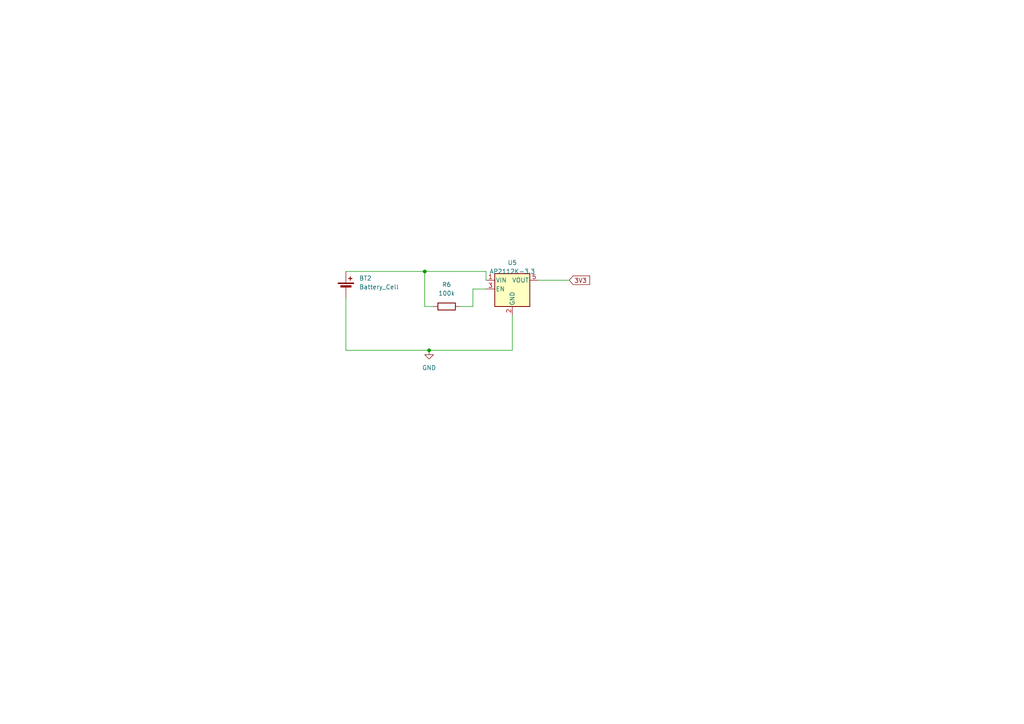
<source format=kicad_sch>
(kicad_sch (version 20250114) (generator "eeschema") (generator_version "9.0")
  (paper "A4")
  (lib_symbols
    (symbol "Device:Battery_Cell" (pin_numbers (hide yes)) (pin_names (offset 0) (hide yes))
      (property "Reference" "BT" (at 2.54 2.54 0))
      (property "Value" "Battery_Cell" (at 2.54 0 0))
      (symbol "Battery_Cell_0_1"
        (rectangle (start -2.286 1.778) (end 2.286 1.524) (fill (type outline)))
        (rectangle (start -1.524 1.016) (end 1.524 0.508) (fill (type outline)))
        (polyline (pts (xy 0 1.778) (xy 0 2.54)))
        (polyline (pts (xy 0 0.762) (xy 0 0)))
        (polyline (pts (xy 0.762 3.048) (xy 1.778 3.048)) (stroke (width 0.254)))
        (polyline (pts (xy 1.27 3.556) (xy 1.27 2.54)) (stroke (width 0.254)))
      )
      (symbol "Battery_Cell_1_1"
        (pin passive line (at 0 5.08 270) (length 2.54) (name "+") (number "1"))
        (pin passive line (at 0 -2.54 90) (length 2.54) (name "-") (number "2"))
      )
    )
    (symbol "Device:R" (pin_numbers (hide yes)) (pin_names (offset 0))
      (property "Reference" "R" (at 2.032 0 90))
      (property "Value" "R" (at 0 0 90))
      (symbol "R_0_1"
        (rectangle (start -1.016 -2.54) (end 1.016 2.54) (stroke (width 0.254)))
      )
      (symbol "R_1_1"
        (pin passive line (at 0 3.81 270) (length 1.27) (name "~") (number "1"))
        (pin passive line (at 0 -3.81 90) (length 1.27) (name "~") (number "2"))
      )
    )
    (symbol "Regulator_Linear:AP2112K-3.3" (pin_names (offset 0.254))
      (property "Reference" "U" (at -5.08 5.715 0))
      (property "Value" "AP2112K-3.3" (at 0 5.715 0))
      (symbol "AP2112K-3.3_0_1"
        (rectangle (start -5.08 4.445) (end 5.08 -5.08) (stroke (width 0.254)) (fill (type background)))
      )
      (symbol "AP2112K-3.3_1_1"
        (pin power_in line (at -7.62 2.54 0) (length 2.54) (name "VIN") (number "1"))
        (pin input line (at -7.62 0 0) (length 2.54) (name "EN") (number "3"))
        (pin power_in line (at 0 -7.62 90) (length 2.54) (name "GND") (number "2"))
        (pin no_connect line (at 5.08 0 180) (length 2.54) (hide yes) (name "NC") (number "4"))
        (pin power_out line (at 7.62 2.54 180) (length 2.54) (name "VOUT") (number "5"))
      )
    )
    (symbol "power:GND" (power) (pin_numbers (hide yes)) (pin_names (offset 0) (hide yes))
      (property "Value" "GND" (at 0 -3.81 0))
      (symbol "GND_0_1"
        (polyline (pts (xy 0 0) (xy 0 -1.27) (xy 1.27 -1.27) (xy 0 -2.54) (xy -1.27 -1.27) (xy 0 -1.27)))
      )
      (symbol "GND_1_1"
        (pin power_in line (at 0 0 270) (length 0) (name "~") (number "1"))
      )
    )
  )
  (junction (at 124.46 101.6))
  (junction (at 123.19 78.74))
  (wire (pts (xy 137.16 83.82) (xy 140.97 83.82)))
  (wire (pts (xy 148.59 101.6) (xy 124.46 101.6)))
  (wire (pts (xy 123.19 78.74) (xy 140.97 78.74)))
  (wire (pts (xy 137.16 88.9) (xy 137.16 83.82)))
  (wire (pts (xy 148.59 91.44) (xy 148.59 101.6)))
  (wire (pts (xy 100.33 78.74) (xy 123.19 78.74)))
  (wire (pts (xy 100.33 101.6) (xy 124.46 101.6)))
  (wire (pts (xy 123.19 78.74) (xy 123.19 88.9)))
  (wire (pts (xy 156.21 81.28) (xy 165.1 81.28)))
  (wire (pts (xy 140.97 78.74) (xy 140.97 81.28)))
  (wire (pts (xy 133.35 88.9) (xy 137.16 88.9)))
  (wire (pts (xy 100.33 86.36) (xy 100.33 101.6)))
  (wire (pts (xy 123.19 88.9) (xy 125.73 88.9)))
  (global_label "3V3" (shape input) (at 165.1 81.28 0) (property "Intersheetrefs" "${INTERSHEET_REFS}" (effects (hide yes))))
  (symbol (lib_id "power:GND") (at 124.46 101.6 0) (unit 1)
    (property "Reference" "#PWR06" (effects (hide yes)))
    (property "Value" "GND" (at 124.46 106.68 0))
    (property "Description" "Power symbol creates a global label with name \"GND\" , ground" (effects (hide yes)))
  )
  (symbol (lib_id "Regulator_Linear:AP2112K-3.3") (at 148.59 83.82 0) (unit 1)
    (property "Reference" "U5" (at 148.59 76.2 0))
    (property "Value" "AP2112K-3.3" (at 148.59 78.74 0))
    (property "Footprint" "Package_TO_SOT_SMD:SOT-23-5" (effects (hide yes)))
    (property "Datasheet" "https://www.diodes.com/assets/Datasheets/AP2112.pdf" (effects (hide yes)))
    (property "Description" "600mA low dropout linear regulator, with enable pin, 3.8V-6V input voltage range, 3.3V fixed positive output, SOT-23-5" (effects (hide yes)))
  )
  (symbol (lib_id "Device:Battery_Cell") (at 100.33 83.82 0) (unit 1)
    (property "Reference" "BT2" (at 104.14 80.7084 0) (effects (justify left)))
    (property "Value" "Battery_Cell" (at 104.14 83.2484 0) (effects (justify left)))
    (property "Description" "Single-cell battery" (effects (hide yes)))
  )
  (symbol (lib_id "Device:R") (at 129.54 88.9 270) (unit 1)
    (property "Reference" "R6" (at 129.54 82.55 90))
    (property "Value" "100k" (at 129.54 85.09 90))
    (property "Description" "Resistor" (effects (hide yes)))
  )
)
</source>
